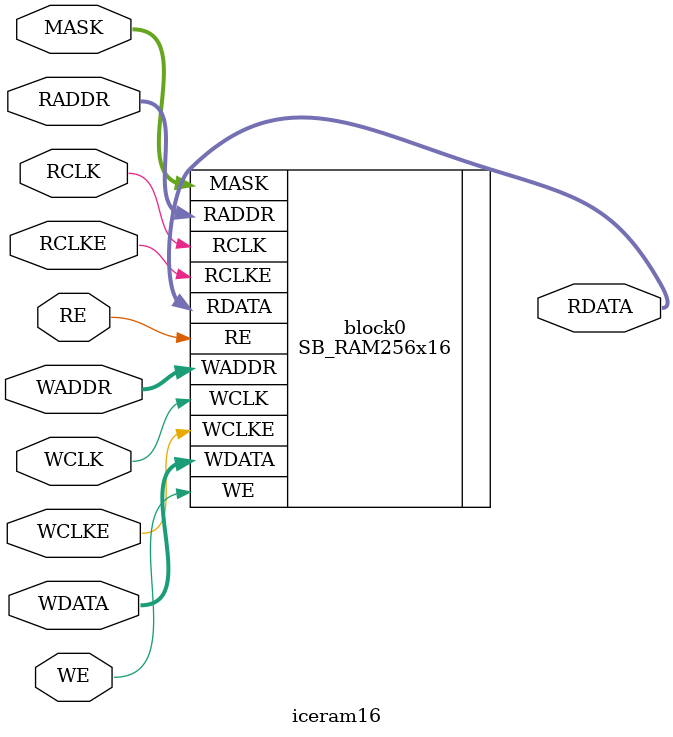
<source format=v>
module iceram32(output [31:0] RDATA,
		input [7:0]  RADDR,
		input 	     RE,
		input 	     RCLKE,
		input 	     RCLK,
		input [31:0] WDATA,
		input [31:0] MASK,
		input [7:0]  WADDR,
		input 	     WE,
		input 	     WCLKE,
		input 	     WCLK);

  SB_RAM256x16 block0(.RDATA(RDATA[15:0]),
		      .RADDR(RADDR),
		      .RE(RE),
		      .RCLKE(RCLKE),
		      .RCLK(RCLK),
		      .WDATA(WDATA[15:0]),
		      .MASK(MASK[15:0]),
		      .WADDR(WADDR),
		      .WE(WE),
		      .WCLKE(WCLKE),
		      .WCLK(WCLK));

  SB_RAM256x16 block1(.RDATA(RDATA[31:16]),
		      .RADDR(RADDR),
		      .RE(RE),
		      .RCLKE(RCLKE),
		      .RCLK(RCLK),
		      .WDATA(WDATA[31:16]),
		      .MASK(MASK[31:16]),
		      .WADDR(WADDR),
		      .WE(WE),
		      .WCLKE(WCLKE),
		      .WCLK(WCLK));

endmodule // iceram32

module iceram16(output [15:0] RDATA,
		input [7:0]  RADDR,
		input 	     RE,
		input 	     RCLKE,
		input 	     RCLK,
		input [15:0] WDATA,
		input [15:0] MASK,
		input [7:0]  WADDR,
		input 	     WE,
		input 	     WCLKE,
		input 	     WCLK);

  SB_RAM256x16 block0(.RDATA(RDATA),
		      .RADDR(RADDR),
		      .RE(RE),
		      .RCLKE(RCLKE),
		      .RCLK(RCLK),
		      .WDATA(WDATA),
		      .MASK(MASK),
		      .WADDR(WADDR),
		      .WE(WE),
		      .WCLKE(WCLKE),
		      .WCLK(WCLK));

endmodule // iceram16

</source>
